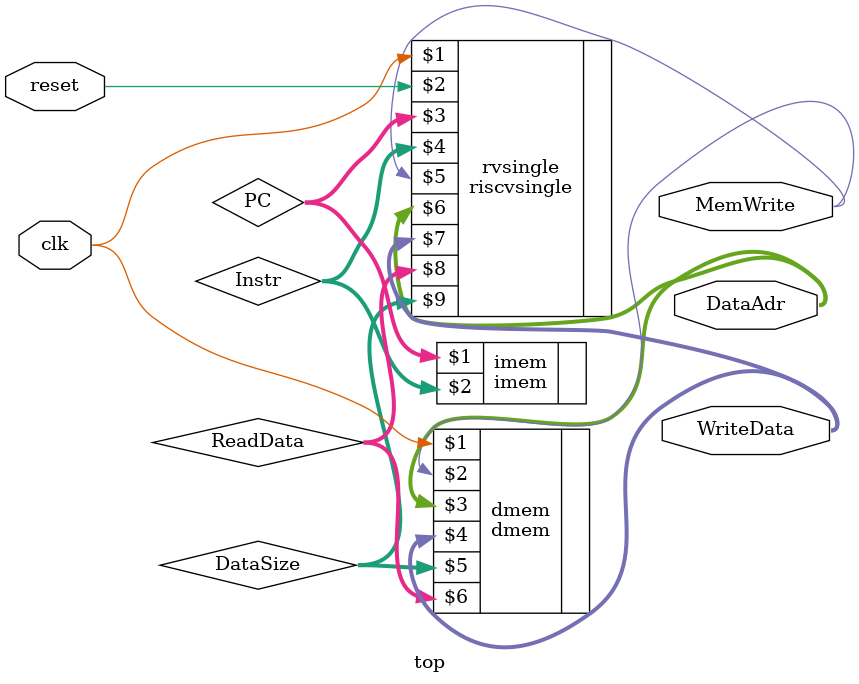
<source format=sv>

`timescale 1ns / 1ps
module top( input logic clk, reset,
            output logic [31:0] WriteData, DataAdr,
            output logic MemWrite);
 
 
 logic [31:0] PC;
 logic [31:0] Instr, ReadData;
 logic [2:0] DataSize;
 // instantiate processor and memories
 riscvsingle rvsingle(clk, reset, PC, Instr, MemWrite, 
                       DataAdr, WriteData, ReadData, DataSize);
 
 imem imem(PC, Instr);
 dmem dmem(clk, MemWrite, DataAdr, WriteData, DataSize, ReadData);
endmodule

</source>
